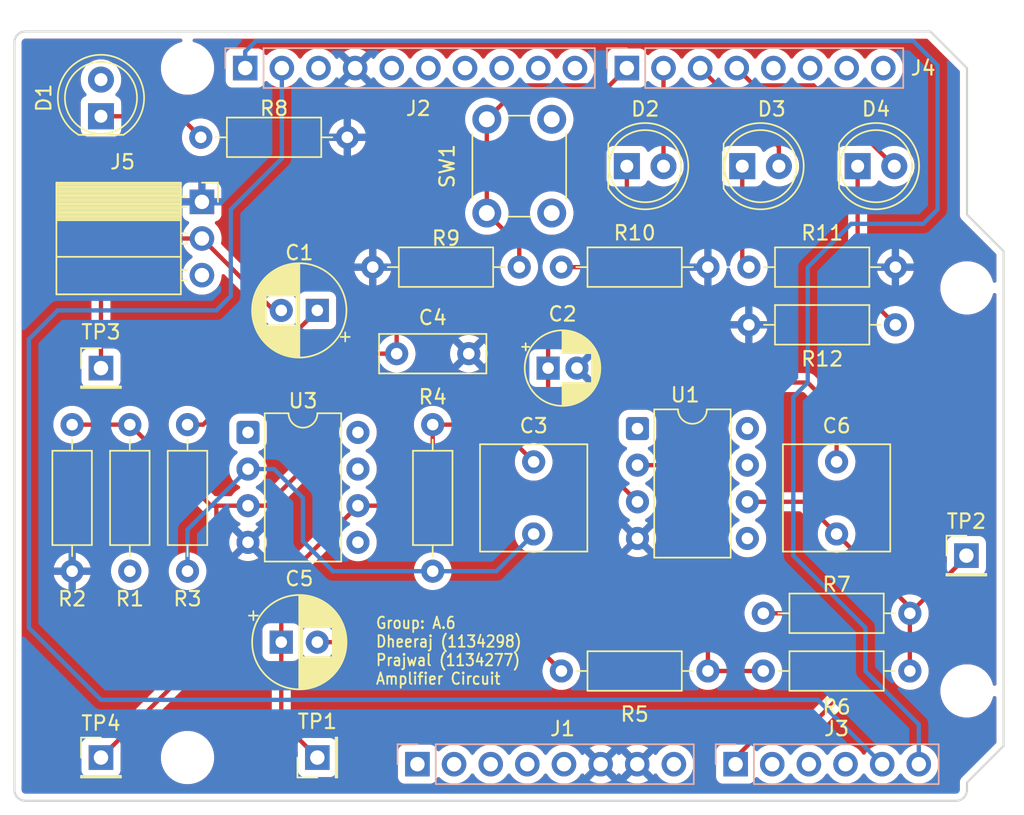
<source format=kicad_pcb>
(kicad_pcb (version 20241229) (generator "pcbnew") (generator_version "9.0")
  (title_block (title "Bandpass Filter") (date "2025-05-04") (rev "v1") (company "University of Applied Science Darmstadt") (comment 1 "Dheeraj"))
  (layers (0 "F.Cu" signal) (4 "In1.Cu" signal) (6 "In2.Cu" signal) (2 "B.Cu" signal) (13 "F.Paste" user) (15 "B.Paste" user) (5 "F.SilkS" user "F.Silkscreen") (7 "B.SilkS" user "B.Silkscreen") (1 "F.Mask" user) (3 "B.Mask" user) (25 "Edge.Cuts" user))
  (net 0 "")
  (net 1 "GND")
  (net 3 "+5V")
  (net 4 "/IOREF")
  (net 5 "/A0")
  (net 6 "/A1")
  (net 7 "/A2")
  (net 8 "/A3")
  (net 9 "/SDA{slash}A4")
  (net 10 "/SCL{slash}A5")
  (net 11 "/13")
  (net 12 "/12")
  (net 13 "/AREF")
  (net 14 "/8")
  (net 15 "/7")
  (net 16 "/*11")
  (net 17 "/*10")
  (net 18 "/*9")
  (net 19 "/4")
  (net 20 "/2")
  (net 21 "/*6")
  (net 22 "/*5")
  (net 23 "/TX{slash}1")
  (net 24 "/*3")
  (net 25 "/RX{slash}0")
  (net 26 "/Radar_input")
  (net 27 "Net-(C1-Pad1)")
  (net 28 "/~{RESET}")
  (net 29 "/V_cm")
  (net 30 "Net-(U3--)")
  (net 31 "Net-(C3-Pad2)")
  (net 32 "Net-(C5-Pad2)")
  (net 33 "Net-(U1--)")
  (net 34 "Net-(C6-Pad2)")
  (net 35 "Net-(D1-K)")
  (net 36 "Net-(D2-K)")
  (net 37 "Net-(D3-K)")
  (net 38 "Net-(D4-K)")
  (footprint "LED_THT:LED_D5.0mm" (layer "F.Cu") (at 106 52.54 90)
    (property "Reference" "D1" (at 1.27 -3.96 90) (layer "F.SilkS"))
    (property "Value" "LED_Input")
    (pad "1" thru_hole rect (at 0 0 90) (size 1.8 1.8) (drill 0.9) (layers "*.Cu" "*.Mask") (net 35 "Net-(D1-K)"))
    (pad "2" thru_hole circle (at 2.54 0 90) (size 1.8 1.8) (drill 0.9) (layers "*.Cu" "*.Mask") (net 3 "+5V"))
  )
  (footprint "Resistor_THT:R_Axial_DIN0207_L6.3mm_D2.5mm_P10.16mm_Horizontal" (layer "F.Cu") (at 150.92 63)
    (property "Reference" "R11" (at 5.08 -2.37 0) (layer "F.SilkS"))
    (property "Value" "100")
    (pad "1" thru_hole circle (at 0 0) (size 1.6 1.6) (drill 0.8) (layers "*.Cu" "*.Mask") (net 37 "Net-(D3-K)"))
    (pad "2" thru_hole oval (at 10.16 0) (size 1.6 1.6) (drill 0.8) (layers "*.Cu" "*.Mask") (net 1 "GND"))
  )
  (footprint "Resistor_THT:R_Axial_DIN0207_L6.3mm_D2.5mm_P10.16mm_Horizontal" (layer "F.Cu") (at 104 73.92 -90)
    (property "Reference" "R2" (at 12.08 0 180) (layer "F.SilkS"))
    (property "Value" "1k")
    (pad "1" thru_hole circle (at 0 0 270) (size 1.6 1.6) (drill 0.8) (layers "*.Cu" "*.Mask") (net 29 "/V_cm"))
    (pad "2" thru_hole oval (at 10.16 0 270) (size 1.6 1.6) (drill 0.8) (layers "*.Cu" "*.Mask") (net 1 "GND"))
  )
  (footprint "Capacitor_THT:C_Rect_L7.2mm_W7.2mm_P5.00mm_FKS2_FKP2_MKS2_MKP2" (layer "F.Cu") (at 157 76.5 -90)
    (property "Reference" "C6" (at -2.5 0 0) (layer "F.SilkS"))
    (property "Value" "3.3n")
    (pad "1" thru_hole circle (at 0 0 270) (size 1.6 1.6) (drill 0.8) (layers "*.Cu" "*.Mask") (net 33 "Net-(U1--)"))
    (pad "2" thru_hole circle (at 5 0 270) (size 1.6 1.6) (drill 0.8) (layers "*.Cu" "*.Mask") (net 34 "Net-(C6-Pad2)"))
  )
  (footprint "Resistor_THT:R_Axial_DIN0207_L6.3mm_D2.5mm_P10.16mm_Horizontal" (layer "F.Cu") (at 162.08 87 180)
    (property "Reference" "R7" (at 5.08 2 0) (layer "F.SilkS"))
    (property "Value" "100")
    (pad "1" thru_hole circle (at 0 0 180) (size 1.6 1.6) (drill 0.8) (layers "*.Cu" "*.Mask") (net 34 "Net-(C6-Pad2)"))
    (pad "2" thru_hole oval (at 10.16 0 180) (size 1.6 1.6) (drill 0.8) (layers "*.Cu" "*.Mask") (net 5 "/A0"))
  )
  (footprint "Resistor_THT:R_Axial_DIN0207_L6.3mm_D2.5mm_P10.16mm_Horizontal" (layer "F.Cu") (at 135 63 180)
    (property "Reference" "R9" (at 5.08 2 0) (layer "F.SilkS"))
    (property "Value" "100")
    (pad "1" thru_hole circle (at 0 0 180) (size 1.6 1.6) (drill 0.8) (layers "*.Cu" "*.Mask") (net 15 "/7"))
    (pad "2" thru_hole oval (at 10.16 0 180) (size 1.6 1.6) (drill 0.8) (layers "*.Cu" "*.Mask") (net 1 "GND"))
  )
  (footprint "Connector_PinHeader_2.54mm:PinHeader_1x01_P2.54mm_Vertical" (layer "F.Cu") (at 166 83)
    (property "Reference" "TP2" (at 0 -2.38 0) (layer "F.SilkS"))
    (property "Value" "OP2_out")
    (pad "1" thru_hole rect (at 0 0) (size 1.7 1.7) (drill 1) (layers "*.Cu" "*.Mask") (net 34 "Net-(C6-Pad2)"))
  )
  (footprint "Resistor_THT:R_Axial_DIN0207_L6.3mm_D2.5mm_P10.16mm_Horizontal" (layer "F.Cu") (at 112.92 54)
    (property "Reference" "R8" (at 5.08 -2 0) (layer "F.SilkS"))
    (property "Value" "1k")
    (pad "1" thru_hole circle (at 0 0) (size 1.6 1.6) (drill 0.8) (layers "*.Cu" "*.Mask") (net 35 "Net-(D1-K)"))
    (pad "2" thru_hole oval (at 10.16 0) (size 1.6 1.6) (drill 0.8) (layers "*.Cu" "*.Mask") (net 1 "GND"))
  )
  (footprint "Connector_PinHeader_2.54mm:PinHeader_1x01_P2.54mm_Vertical" (layer "F.Cu") (at 106 70)
    (property "Reference" "TP3" (at 0 -2.5 180) (layer "F.SilkS"))
    (property "Value" "Test_Input")
    (pad "1" thru_hole rect (at 0 0) (size 1.7 1.7) (drill 1) (layers "*.Cu" "*.Mask") (net 26 "/Radar_input"))
  )
  (footprint "LED_THT:LED_D5.0mm" (layer "F.Cu") (at 142.46 56)
    (property "Reference" "D2" (at 1.27 -3.96 0) (layer "F.SilkS"))
    (property "Value" "LED")
    (pad "1" thru_hole rect (at 0 0) (size 1.8 1.8) (drill 0.9) (layers "*.Cu" "*.Mask") (net 36 "Net-(D2-K)"))
    (pad "2" thru_hole circle (at 2.54 0) (size 1.8 1.8) (drill 0.9) (layers "*.Cu" "*.Mask") (net 21 "/*6"))
  )
  (footprint "Capacitor_THT:C_Rect_L7.2mm_W2.5mm_P5.00mm_FKS2_FKP2_MKS2_MKP2" (layer "F.Cu") (at 126.5 69)
    (property "Reference" "C4" (at 2.5 -2.5 0) (layer "F.SilkS"))
    (property "Value" "100n")
    (pad "1" thru_hole circle (at 0 0) (size 1.6 1.6) (drill 0.8) (layers "*.Cu" "*.Mask") (net 29 "/V_cm"))
    (pad "2" thru_hole circle (at 5 0) (size 1.6 1.6) (drill 0.8) (layers "*.Cu" "*.Mask") (net 1 "GND"))
  )
  (footprint "Connector_PinHeader_2.54mm:PinHeader_1x01_P2.54mm_Vertical" (layer "F.Cu") (at 121 97 90)
    (property "Reference" "TP1" (at 2.5 0 180) (layer "F.SilkS"))
    (property "Value" "OP1_out")
    (pad "1" thru_hole rect (at 0 0 90) (size 1.7 1.7) (drill 1) (layers "*.Cu" "*.Mask") (net 31 "Net-(C3-Pad2)"))
  )
  (footprint "Capacitor_THT:CP_Radial_D5.0mm_P2.00mm" (layer "F.Cu") (at 137 70)
    (property "Reference" "C2" (at 1 -3.75 0) (layer "F.SilkS"))
    (property "Value" "22u")
    (pad "1" thru_hole rect (at 0 0) (size 1.6 1.6) (drill 0.8) (layers "*.Cu" "*.Mask") (net 29 "/V_cm"))
    (pad "2" thru_hole circle (at 2 0) (size 1.6 1.6) (drill 0.8) (layers "*.Cu" "*.Mask") (net 1 "GND"))
  )
  (footprint "Package_DIP:DIP-8_W7.62mm" (layer "F.Cu") (at 116.195 74.46)
    (property "Reference" "U3" (at 3.81 -2.19 0) (layer "F.SilkS"))
    (property "Value" "OPA340P")
    (pad "1" thru_hole roundrect (at 0 0) (size 1.6 1.6) (drill 0.8) (layers "*.Cu" "*.Mask") (roundrect_rratio 0.15625))
    (pad "2" thru_hole circle (at 0 2.54) (size 1.6 1.6) (drill 0.8) (layers "*.Cu" "*.Mask") (net 30 "Net-(U3--)"))
    (pad "3" thru_hole circle (at 0 5.08) (size 1.6 1.6) (drill 0.8) (layers "*.Cu" "*.Mask") (net 29 "/V_cm"))
    (pad "4" thru_hole circle (at 0 7.62) (size 1.6 1.6) (drill 0.8) (layers "*.Cu" "*.Mask") (net 1 "GND"))
    (pad "5" thru_hole circle (at 7.62 7.62) (size 1.6 1.6) (drill 0.8) (layers "*.Cu" "*.Mask"))
    (pad "6" thru_hole circle (at 7.62 5.08) (size 1.6 1.6) (drill 0.8) (layers "*.Cu" "*.Mask") (net 31 "Net-(C3-Pad2)"))
    (pad "7" thru_hole circle (at 7.62 2.54) (size 1.6 1.6) (drill 0.8) (layers "*.Cu" "*.Mask") (net 3 "+5V"))
    (pad "8" thru_hole circle (at 7.62 0) (size 1.6 1.6) (drill 0.8) (layers "*.Cu" "*.Mask"))
  )
  (footprint "Resistor_THT:R_Axial_DIN0207_L6.3mm_D2.5mm_P10.16mm_Horizontal" (layer "F.Cu") (at 108 84.08 90)
    (property "Reference" "R1" (at -1.92 0 180) (layer "F.SilkS"))
    (property "Value" "1k")
    (pad "1" thru_hole circle (at 0 0 90) (size 1.6 1.6) (drill 0.8) (layers "*.Cu" "*.Mask") (net 3 "+5V"))
    (pad "2" thru_hole oval (at 10.16 0 90) (size 1.6 1.6) (drill 0.8) (layers "*.Cu" "*.Mask") (net 29 "/V_cm"))
  )
  (footprint "Resistor_THT:R_Axial_DIN0207_L6.3mm_D2.5mm_P10.16mm_Horizontal" (layer "F.Cu") (at 161.08 67 180)
    (property "Reference" "R12" (at 5.08 -2.37 0) (layer "F.SilkS"))
    (property "Value" "100")
    (pad "1" thru_hole circle (at 0 0 180) (size 1.6 1.6) (drill 0.8) (layers "*.Cu" "*.Mask") (net 38 "Net-(D4-K)"))
    (pad "2" thru_hole oval (at 10.16 0 180) (size 1.6 1.6) (drill 0.8) (layers "*.Cu" "*.Mask") (net 1 "GND"))
  )
  (footprint "Capacitor_THT:CP_Radial_D6.3mm_P2.50mm" (layer "F.Cu") (at 118.5 89)
    (property "Reference" "C5" (at 1.25 -4.4 0) (layer "F.SilkS"))
    (property "Value" "4.7u")
    (pad "1" thru_hole rect (at 0 0) (size 1.6 1.6) (drill 0.8) (layers "*.Cu" "*.Mask") (net 31 "Net-(C3-Pad2)"))
    (pad "2" thru_hole circle (at 2.5 0) (size 1.6 1.6) (drill 0.8) (layers "*.Cu" "*.Mask") (net 32 "Net-(C5-Pad2)"))
  )
  (footprint "LED_THT:LED_D5.0mm" (layer "F.Cu") (at 150.46 56)
    (property "Reference" "D3" (at 2.04 -3.96 0) (layer "F.SilkS"))
    (property "Value" "LED")
    (pad "1" thru_hole rect (at 0 0) (size 1.8 1.8) (drill 0.9) (layers "*.Cu" "*.Mask") (net 37 "Net-(D3-K)"))
    (pad "2" thru_hole circle (at 2.54 0) (size 1.8 1.8) (drill 0.9) (layers "*.Cu" "*.Mask") (net 22 "/*5"))
  )
  (footprint "Arduino_MountingHole:MountingHole_3.2mm" (layer "F.Cu") (at 112 49.2)
    (property "Reference" "MH1" (hide yes))
    (property "Value" "MountingHole_3.2mm" (hide yes))
    (pad "" np_thru_hole circle (at 0 0) (size 3.2 3.2) (drill 3.2) (layers "*.Cu" "*.Mask"))
  )
  (footprint "Resistor_THT:R_Axial_DIN0207_L6.3mm_D2.5mm_P10.16mm_Horizontal" (layer "F.Cu") (at 137.92 91)
    (property "Reference" "R5" (at 5.08 3 0) (layer "F.SilkS"))
    (property "Value" "33k")
    (pad "1" thru_hole circle (at 0 0) (size 1.6 1.6) (drill 0.8) (layers "*.Cu" "*.Mask") (net 32 "Net-(C5-Pad2)"))
    (pad "2" thru_hole oval (at 10.16 0) (size 1.6 1.6) (drill 0.8) (layers "*.Cu" "*.Mask") (net 33 "Net-(U1--)"))
  )
  (footprint "Capacitor_THT:C_Rect_L7.2mm_W7.2mm_P5.00mm_FKS2_FKP2_MKS2_MKP2" (layer "F.Cu") (at 136 81.5 90)
    (property "Reference" "C3" (at 7.5 0 180) (layer "F.SilkS"))
    (property "Value" "1.5n")
    (pad "1" thru_hole circle (at 0 0 90) (size 1.6 1.6) (drill 0.8) (layers "*.Cu" "*.Mask") (net 30 "Net-(U3--)"))
    (pad "2" thru_hole circle (at 5 0 90) (size 1.6 1.6) (drill 0.8) (layers "*.Cu" "*.Mask") (net 31 "Net-(C3-Pad2)"))
  )
  (footprint "Resistor_THT:R_Axial_DIN0207_L6.3mm_D2.5mm_P10.16mm_Horizontal" (layer "F.Cu") (at 129 84.08 90)
    (property "Reference" "R4" (at 12.08 0 180) (layer "F.SilkS"))
    (property "Value" "220k")
    (pad "1" thru_hole circle (at 0 0 90) (size 1.6 1.6) (drill 0.8) (layers "*.Cu" "*.Mask") (net 30 "Net-(U3--)"))
    (pad "2" thru_hole oval (at 10.16 0 90) (size 1.6 1.6) (drill 0.8) (layers "*.Cu" "*.Mask") (net 31 "Net-(C3-Pad2)"))
  )
  (footprint "Resistor_THT:R_Axial_DIN0207_L6.3mm_D2.5mm_P10.16mm_Horizontal" (layer "F.Cu") (at 151.92 91)
    (property "Reference" "R6" (at 5.08 2.5 0) (layer "F.SilkS"))
    (property "Value" "100k")
    (pad "1" thru_hole circle (at 0 0) (size 1.6 1.6) (drill 0.8) (layers "*.Cu" "*.Mask") (net 33 "Net-(U1--)"))
    (pad "2" thru_hole oval (at 10.16 0) (size 1.6 1.6) (drill 0.8) (layers "*.Cu" "*.Mask") (net 34 "Net-(C6-Pad2)"))
  )
  (footprint "Button_Switch_THT:SW_PUSH_6mm" (layer "F.Cu") (at 132.75 59.25 90)
    (property "Reference" "SW1" (at 3.25 -2.75 90) (layer "F.SilkS"))
    (property "Value" "SW_Push")
    (pad "1" thru_hole circle (at 0 0 180) (size 2 2) (drill 1.1) (layers "*.Cu" "*.Mask") (net 15 "/7"))
    (pad "1" thru_hole circle (at 6.5 0 180) (size 2 2) (drill 1.1) (layers "*.Cu" "*.Mask") (net 15 "/7"))
    (pad "2" thru_hole circle (at 0 4.5 180) (size 2 2) (drill 1.1) (layers "*.Cu" "*.Mask") (net 3 "+5V"))
    (pad "2" thru_hole circle (at 6.5 4.5 180) (size 2 2) (drill 1.1) (layers "*.Cu" "*.Mask") (net 3 "+5V"))
  )
  (footprint "LED_THT:LED_D5.0mm" (layer "F.Cu") (at 158.46 56)
    (property "Reference" "D4" (at 1.27 -3.96 0) (layer "F.SilkS"))
    (property "Value" "LED")
    (pad "1" thru_hole rect (at 0 0) (size 1.8 1.8) (drill 0.9) (layers "*.Cu" "*.Mask") (net 38 "Net-(D4-K)"))
    (pad "2" thru_hole circle (at 2.54 0) (size 1.8 1.8) (drill 0.9) (layers "*.Cu" "*.Mask") (net 19 "/4"))
  )
  (footprint "Capacitor_THT:CP_Radial_D6.3mm_P2.50mm" (layer "F.Cu") (at 121 66 180)
    (property "Reference" "C1" (at 1.25 4 180) (layer "F.SilkS"))
    (property "Value" "4.7u")
    (pad "1" thru_hole rect (at 0 0 180) (size 1.6 1.6) (drill 0.8) (layers "*.Cu" "*.Mask") (net 27 "Net-(C1-Pad1)"))
    (pad "2" thru_hole circle (at 2.5 0 180) (size 1.6 1.6) (drill 0.8) (layers "*.Cu" "*.Mask") (net 26 "/Radar_input"))
  )
  (footprint "Package_DIP:DIP-8_W7.62mm" (layer "F.Cu") (at 143.195 74.19)
    (property "Reference" "U1" (at 3.305 -2.33 0) (layer "F.SilkS"))
    (property "Value" "OPA340P")
    (pad "1" thru_hole roundrect (at 0 0) (size 1.6 1.6) (drill 0.8) (layers "*.Cu" "*.Mask") (roundrect_rratio 0.15625))
    (pad "2" thru_hole circle (at 0 2.54) (size 1.6 1.6) (drill 0.8) (layers "*.Cu" "*.Mask") (net 33 "Net-(U1--)"))
    (pad "3" thru_hole circle (at 0 5.08) (size 1.6 1.6) (drill 0.8) (layers "*.Cu" "*.Mask") (net 29 "/V_cm"))
    (pad "4" thru_hole circle (at 0 7.62) (size 1.6 1.6) (drill 0.8) (layers "*.Cu" "*.Mask") (net 1 "GND"))
    (pad "5" thru_hole circle (at 7.62 7.62) (size 1.6 1.6) (drill 0.8) (layers "*.Cu" "*.Mask"))
    (pad "6" thru_hole circle (at 7.62 5.08) (size 1.6 1.6) (drill 0.8) (layers "*.Cu" "*.Mask") (net 34 "Net-(C6-Pad2)"))
    (pad "7" thru_hole circle (at 7.62 2.54) (size 1.6 1.6) (drill 0.8) (layers "*.Cu" "*.Mask") (net 3 "+5V"))
    (pad "8" thru_hole circle (at 7.62 0) (size 1.6 1.6) (drill 0.8) (layers "*.Cu" "*.Mask"))
  )
  (footprint "Arduino_MountingHole:MountingHole_3.2mm" (layer "F.Cu") (at 112 97)
    (property "Reference" "MH2" (hide yes))
    (property "Value" "MountingHole_3.2mm" (hide yes))
    (pad "" np_thru_hole circle (at 0 0) (size 3.2 3.2) (drill 3.2) (layers "*.Cu" "*.Mask"))
  )
  (footprint "Resistor_THT:R_Axial_DIN0207_L6.3mm_D2.5mm_P10.16mm_Horizontal" (layer "F.Cu") (at 137.92 63)
    (property "Reference" "R10" (at 5.08 -2.37 0) (layer "F.SilkS"))
    (property "Value" "100")
    (pad "1" thru_hole circle (at 0 0) (size 1.6 1.6) (drill 0.8) (layers "*.Cu" "*.Mask") (net 36 "Net-(D2-K)"))
    (pad "2" thru_hole oval (at 10.16 0) (size 1.6 1.6) (drill 0.8) (layers "*.Cu" "*.Mask") (net 1 "GND"))
  )
  (footprint "Arduino_MountingHole:MountingHole_3.2mm" (layer "F.Cu") (at 166.04 64.44)
    (property "Reference" "MH3" (hide yes))
    (property "Value" "MountingHole_3.2mm" (hide yes))
    (pad "" np_thru_hole circle (at 0 0) (size 3.2 3.2) (drill 3.2) (layers "*.Cu" "*.Mask"))
  )
  (footprint "Connector_PinHeader_2.54mm:PinHeader_1x01_P2.54mm_Vertical" (layer "F.Cu") (at 106 97)
    (property "Reference" "TP4" (at 0 -2.38 0) (layer "F.SilkS"))
    (property "Value" "V_CM")
    (pad "1" thru_hole rect (at 0 0) (size 1.7 1.7) (drill 1) (layers "*.Cu" "*.Mask") (net 29 "/V_cm"))
  )
  (footprint "Arduino_MountingHole:MountingHole_3.2mm" (layer "F.Cu") (at 166.04 92.38)
    (property "Reference" "MH4" (hide yes))
    (property "Value" "MountingHole_3.2mm" (hide yes))
    (pad "" np_thru_hole circle (at 0 0) (size 3.2 3.2) (drill 3.2) (layers "*.Cu" "*.Mask"))
  )
  (footprint "Resistor_THT:R_Axial_DIN0207_L6.3mm_D2.5mm_P10.16mm_Horizontal" (layer "F.Cu") (at 112 73.92 -90)
    (property "Reference" "R3" (at 12.08 0 0) (layer "F.SilkS"))
    (property "Value" "2.2k")
    (pad "1" thru_hole circle (at 0 0 270) (size 1.6 1.6) (drill 0.8) (layers "*.Cu" "*.Mask") (net 27 "Net-(C1-Pad1)"))
    (pad "2" thru_hole oval (at 10.16 0 270) (size 1.6 1.6) (drill 0.8) (layers "*.Cu" "*.Mask") (net 30 "Net-(U3--)"))
  )
  (footprint "Connector_PinSocket_2.54mm:PinSocket_1x03_P2.54mm_Horizontal" (layer "F.Cu") (at 113 58.475)
    (property "Reference" "J5" (at -5.5 -2.77 0) (layer "F.SilkS"))
    (property "Value" "Conn_01x03_Socket")
    (pad "1" thru_hole rect (at 0 0) (size 1.7 1.7) (drill 1) (layers "*.Cu" "*.Mask") (net 1 "GND"))
    (pad "2" thru_hole circle (at 0 2.54) (size 1.7 1.7) (drill 1) (layers "*.Cu" "*.Mask") (net 26 "/Radar_input"))
    (pad "3" thru_hole circle (at 0 5.08) (size 1.7 1.7) (drill 1) (layers "*.Cu" "*.Mask") (net 3 "+5V"))
  )
  (footprint "Connector_PinHeader_2.54mm:PinHeader_1x08_P2.54mm_Vertical" (layer "B.Cu") (at 127.94 97.46 -90)
    (property "Reference" "J1" (at -2.46 -10.06 180) (layer "F.SilkS"))
    (property "Value" "Power")
    (pad "1" thru_hole rect (at 0 0 270) (size 1.7 1.7) (drill 1) (layers "*.Cu" "*.Mask"))
    (pad "2" thru_hole circle (at 0 -2.54 270) (size 1.7 1.7) (drill 1) (layers "*.Cu" "*.Mask") (net 4 "/IOREF"))
    (pad "3" thru_hole circle (at 0 -5.08 270) (size 1.7 1.7) (drill 1) (layers "*.Cu" "*.Mask") (net 28 "/~{RESET}"))
    (pad "4" thru_hole circle (at 0 -7.62 270) (size 1.7 1.7) (drill 1) (layers "*.Cu" "*.Mask"))
    (pad "5" thru_hole circle (at 0 -10.16 270) (size 1.7 1.7) (drill 1) (layers "*.Cu" "*.Mask") (net 3 "+5V"))
    (pad "6" thru_hole circle (at 0 -12.7 270) (size 1.7 1.7) (drill 1) (layers "*.Cu" "*.Mask") (net 1 "GND"))
    (pad "7" thru_hole circle (at 0 -15.24 270) (size 1.7 1.7) (drill 1) (layers "*.Cu" "*.Mask") (net 1 "GND"))
    (pad "8" thru_hole circle (at 0 -17.78 270) (size 1.7 1.7) (drill 1) (layers "*.Cu" "*.Mask"))
  )
  (footprint "Connector_PinHeader_2.54mm:PinHeader_1x06_P2.54mm_Vertical" (layer "B.Cu") (at 150 97.46 -90)
    (property "Reference" "J3" (at -2.46 -7 180) (layer "F.SilkS"))
    (property "Value" "Analog")
    (pad "1" thru_hole rect (at 0 0 270) (size 1.7 1.7) (drill 1) (layers "*.Cu" "*.Mask") (net 5 "/A0"))
    (pad "2" thru_hole circle (at 0 -2.54 270) (size 1.7 1.7) (drill 1) (layers "*.Cu" "*.Mask") (net 6 "/A1"))
    (pad "3" thru_hole circle (at 0 -5.08 270) (size 1.7 1.7) (drill 1) (layers "*.Cu" "*.Mask") (net 7 "/A2"))
    (pad "4" thru_hole circle (at 0 -7.62 270) (size 1.7 1.7) (drill 1) (layers "*.Cu" "*.Mask") (net 8 "/A3"))
    (pad "5" thru_hole circle (at 0 -10.16 270) (size 1.7 1.7) (drill 1) (layers "*.Cu" "*.Mask") (net 9 "/SDA{slash}A4"))
    (pad "6" thru_hole circle (at 0 -12.7 270) (size 1.7 1.7) (drill 1) (layers "*.Cu" "*.Mask") (net 10 "/SCL{slash}A5"))
  )
  (footprint "Connector_PinHeader_2.54mm:PinHeader_1x10_P2.54mm_Vertical" (layer "B.Cu") (at 116 49.2 -90)
    (property "Reference" "J2" (at 2.8 -12 180) (layer "F.SilkS"))
    (property "Value" "Digital/PWM")
    (pad "1" thru_hole rect (at 0 0 270) (size 1.7 1.7) (drill 1) (layers "*.Cu" "*.Mask") (net 10 "/SCL{slash}A5"))
    (pad "2" thru_hole circle (at 0 -2.54 270) (size 1.7 1.7) (drill 1) (layers "*.Cu" "*.Mask") (net 9 "/SDA{slash}A4"))
    (pad "3" thru_hole circle (at 0 -5.08 270) (size 1.7 1.7) (drill 1) (layers "*.Cu" "*.Mask") (net 13 "/AREF"))
    (pad "4" thru_hole circle (at 0 -7.62 270) (size 1.7 1.7) (drill 1) (layers "*.Cu" "*.Mask") (net 1 "GND"))
    (pad "5" thru_hole circle (at 0 -10.16 270) (size 1.7 1.7) (drill 1) (layers "*.Cu" "*.Mask") (net 11 "/13"))
    (pad "6" thru_hole circle (at 0 -12.7 270) (size 1.7 1.7) (drill 1) (layers "*.Cu" "*.Mask") (net 12 "/12"))
    (pad "7" thru_hole circle (at 0 -15.24 270) (size 1.7 1.7) (drill 1) (layers "*.Cu" "*.Mask") (net 16 "/*11"))
    (pad "8" thru_hole circle (at 0 -17.78 270) (size 1.7 1.7) (drill 1) (layers "*.Cu" "*.Mask") (net 17 "/*10"))
    (pad "9" thru_hole circle (at 0 -20.32 270) (size 1.7 1.7) (drill 1) (layers "*.Cu" "*.Mask") (net 18 "/*9"))
    (pad "10" thru_hole circle (at 0 -22.86 270) (size 1.7 1.7) (drill 1) (layers "*.Cu" "*.Mask") (net 14 "/8"))
  )
  (footprint "Connector_PinHeader_2.54mm:PinHeader_1x08_P2.54mm_Vertical" (layer "B.Cu") (at 142.46 49.2 -90)
    (property "Reference" "J4" (at 0 -20.54 180) (layer "F.SilkS"))
    (property "Value" "Digital/PWM")
    (pad "1" thru_hole rect (at 0 0 270) (size 1.7 1.7) (drill 1) (layers "*.Cu" "*.Mask") (net 15 "/7"))
    (pad "2" thru_hole circle (at 0 -2.54 270) (size 1.7 1.7) (drill 1) (layers "*.Cu" "*.Mask") (net 21 "/*6"))
    (pad "3" thru_hole circle (at 0 -5.08 270) (size 1.7 1.7) (drill 1) (layers "*.Cu" "*.Mask") (net 22 "/*5"))
    (pad "4" thru_hole circle (at 0 -7.62 270) (size 1.7 1.7) (drill 1) (layers "*.Cu" "*.Mask") (net 19 "/4"))
    (pad "5" thru_hole circle (at 0 -10.16 270) (size 1.7 1.7) (drill 1) (layers "*.Cu" "*.Mask") (net 24 "/*3"))
    (pad "6" thru_hole circle (at 0 -12.7 270) (size 1.7 1.7) (drill 1) (layers "*.Cu" "*.Mask") (net 20 "/2"))
    (pad "7" thru_hole circle (at 0 -15.24 270) (size 1.7 1.7) (drill 1) (layers "*.Cu" "*.Mask") (net 23 "/TX{slash}1"))
    (pad "8" thru_hole circle (at 0 -17.78 270) (size 1.7 1.7) (drill 1) (layers "*.Cu" "*.Mask") (net 25 "/RX{slash}0"))
  )
  (gr_line (start 166.04 59.36) (end 168.58 61.9) (stroke (width 0.15)) (layer "Edge.Cuts"))
  (gr_line (start 100 99.238) (end 100 47.422) (stroke (width 0.15)) (layer "Edge.Cuts"))
  (gr_line (start 168.58 61.9) (end 168.58 96.19) (stroke (width 0.15)) (layer "Edge.Cuts"))
  (gr_line (start 165.278 100) (end 100.762 100) (stroke (width 0.15)) (layer "Edge.Cuts"))
  (gr_line (start 100.762 46.66) (end 163.5 46.66) (stroke (width 0.15)) (layer "Edge.Cuts"))
  (gr_arc (start 100.762 100) (mid 100.223185 99.776815) (end 100 99.238) (stroke (width 0.15)) (layer "Edge.Cuts"))
  (gr_line (start 168.58 96.19) (end 166.04 98.73) (stroke (width 0.15)) (layer "Edge.Cuts"))
  (gr_line (start 163.5 46.66) (end 166.04 49.2) (stroke (width 0.15)) (layer "Edge.Cuts"))
  (gr_arc (start 166.04 99.238) (mid 165.816815 99.776815) (end 165.278 100) (stroke (width 0.15)) (layer "Edge.Cuts"))
  (gr_line (start 166.04 49.2) (end 166.04 59.36) (stroke (width 0.15)) (layer "Edge.Cuts"))
  (gr_line (start 166.04 98.73) (end 166.04 99.238) (stroke (width 0.15)) (layer "Edge.Cuts"))
  (gr_arc (start 100 47.422) (mid 100.223185 46.883185) (end 100.762 46.66) (stroke (width 0.15)) (layer "Edge.Cuts"))
  (gr_text "Group: A.6\nDheeraj (1134298)\nPrajwal (1134277)\nAmplifier Circuit" (at 125 92 0) (layer "F.SilkS") (effects (font (size 0.8 0.7) (thickness 0.125)) (justify left bottom)))
  (segment (start 150 97) (end 150 97.46) (width 0.3) (layer "F.Cu") (net 5))
  (segment (start 157 90) (end 157 93) (width 0.3) (layer "F.Cu") (net 5))
  (segment (start 150.54 97.46) (end 150 97.46) (width 0.3) (layer "F.Cu") (net 5))
  (segment (start 155 95) (end 152 95) (width 0.3) (layer "F.Cu") (net 5))
  (segment (start 157 93) (end 155 95) (width 0.3) (layer "F.Cu") (net 5))
  (segment (start 154 87) (end 157 90) (width 0.3) (layer "F.Cu") (net 5))
  (segment (start 152 95) (end 150 97) (width 0.3) (layer "F.Cu") (net 5))
  (segment (start 151.92 87) (end 154 87) (width 0.3) (layer "F.Cu") (net 5))
  (segment (start 101 68) (end 101 88) (width 0.3) (layer "B.Cu") (net 9))
  (segment (start 103 66) (end 101 68) (width 0.3) (layer "B.Cu") (net 9))
  (segment (start 118.54 55.46) (end 115 59) (width 0.3) (layer "B.Cu") (net 9))
  (segment (start 114 66) (end 103 66) (width 0.3) (layer "B.Cu") (net 9))
  (segment (start 106 93) (end 155.7 93) (width 0.3) (layer "B.Cu") (net 9))
  (segment (start 115 65) (end 114 66) (width 0.3) (layer "B.Cu") (net 9))
  (segment (start 101 88) (end 106 93) (width 0.3) (layer "B.Cu") (net 9))
  (segment (start 118.54 49.2) (end 118.54 55.46) (width 0.3) (layer "B.Cu") (net 9))
  (segment (start 115 59) (end 115 65) (width 0.3) (layer "B.Cu") (net 9))
  (segment (start 155.7 93) (end 160.16 97.46) (width 0.3) (layer "B.Cu") (net 9))
  (segment (start 164 49) (end 164 59) (width 0.3) (layer "B.Cu") (net 10))
  (segment (start 155 63) (end 155 71) (width 0.3) (layer "B.Cu") (net 10))
  (segment (start 116 49.2) (end 116 48.05) (width 0.3) (layer "B.Cu") (net 10))
  (segment (start 154 72) (end 154 83) (width 0.3) (layer "B.Cu") (net 10))
  (segment (start 154 83) (end 159 88) (width 0.3) (layer "B.Cu") (net 10))
  (segment (start 164 59) (end 163 60) (width 0.3) (layer "B.Cu") (net 10))
  (segment (start 159 91) (end 162.7 94.7) (width 0.3) (layer "B.Cu") (net 10))
  (segment (start 159 88) (end 159 91) (width 0.3) (layer "B.Cu") (net 10))
  (segment (start 163 60) (end 158 60) (width 0.3) (layer "B.Cu") (net 10))
  (segment (start 116 48.05) (end 116.739 47.311) (width 0.3) (layer "B.Cu") (net 10))
  (segment (start 162.311 47.311) (end 164 49) (width 0.3) (layer "B.Cu") (net 10))
  (segment (start 155 71) (end 154 72) (width 0.3) (layer "B.Cu") (net 10))
  (segment (start 116.739 47.311) (end 162.311 47.311) (width 0.3) (layer "B.Cu") (net 10))
  (segment (start 158 60) (end 155 63) (width 0.3) (layer "B.Cu") (net 10))
  (segment (start 162.7 94.7) (end 162.7 97.46) (width 0.3) (layer "B.Cu") (net 10))
  (segment (start 132.75 59.25) (end 135 61.5) (width 0.3) (layer "F.Cu") (net 15))
  (segment (start 135.099 50.401) (end 141.259 50.401) (width 0.3) (layer "F.Cu") (net 15))
  (segment (start 132.75 52.75) (end 135.099 50.401) (width 0.3) (layer "F.Cu") (net 15))
  (segment (start 141.259 50.401) (end 142.46 49.2) (width 0.3) (layer "F.Cu") (net 15))
  (segment (start 135 61.5) (end 135 63) (width 0.3) (layer "F.Cu") (net 15))
  (segment (start 132.75 59.25) (end 132.75 59.75) (width 0.3) (layer "F.Cu") (net 15))
  (segment (start 132.75 52.75) (end 132.75 59.25) (width 0.3) (layer "F.Cu") (net 15))
  (segment (start 151.281 50.401) (end 150.08 49.2) (width 0.3) (layer "F.Cu") (net 19))
  (segment (start 161 56) (end 155.401 50.401) (width 0.3) (layer "F.Cu") (net 19))
  (segment (start 155.401 50.401) (end 151.281 50.401) (width 0.3) (layer "F.Cu") (net 19))
  (segment (start 145 56) (end 145 49.2) (width 0.3) (layer "F.Cu") (net 21))
  (segment (start 153 54.66) (end 147.54 49.2) (width 0.3) (layer "F.Cu") (net 22))
  (segment (start 153 56) (end 153 54.66) (width 0.3) (layer "F.Cu") (net 22))
  (segment (start 108 61) (end 108.015 61.015) (width 0.3) (layer "F.Cu") (net 26))
  (segment (start 113 61.015) (end 117.985 66) (width 0.3) (layer "F.Cu") (net 26))
  (segment (start 117.985 66) (end 118.5 66) (width 0.3) (layer "F.Cu") (net 26))
  (segment (start 106 70) (end 106 63) (width 0.3) (layer "F.Cu") (net 26))
  (segment (start 106 63) (end 108 61) (width 0.3) (layer "F.Cu") (net 26))
  (segment (start 108.015 61.015) (end 113 61.015) (width 0.3) (layer "F.Cu") (net 26))
  (segment (start 112 73.92) (end 113.08 73.92) (width 0.3) (layer "F.Cu") (net 27))
  (segment (start 113.08 73.92) (end 121 66) (width 0.3) (layer "F.Cu") (net 27))
  (segment (start 126.5 69) (end 125 69) (width 0.3) (layer "F.Cu") (net 29))
  (segment (start 135 66) (end 137 68) (width 0.3) (layer "F.Cu") (net 29))
  (segment (start 104 73.92) (end 108 73.92) (width 0.3) (layer "F.Cu") (net 29))
  (segment (start 114 89) (end 114 79.54) (width 0.3) (layer "F.Cu") (net 29))
  (segment (start 117.46 79.54) (end 116.195 79.54) (width 0.3) (layer "F.Cu") (net 29))
  (segment (start 113.62 79.54) (end 114 79.54) (width 0.3) (layer "F.Cu") (net 29))
  (segment (start 137 68) (end 137 70) (width 0.3) (layer "F.Cu") (net 29))
  (segment (start 120 77) (end 117.46 79.54) (width 0.3) (layer "F.Cu") (net 29))
  (segment (start 108 73.92) (end 113.62 79.54) (width 0.3) (layer "F.Cu") (net 29))
  (segment (start 126.5 67.5) (end 128 66) (width 0.3) (layer "F.Cu") (net 29))
  (segment (start 125 69) (end 120 74) (width 0.3) (layer "F.Cu") (net 29))
  (segment (start 126.5 69) (end 126.5 67.5) (width 0.3) (layer "F.Cu") (net 29))
  (segment (start 114 79.54) (end 116.195 79.54) (width 0.3) (layer "F.Cu") (net 29))
  (segment (start 128 66) (end 135 66) (width 0.3) (layer "F.Cu") (net 29))
  (segment (start 106 97) (end 114 89) (width 0.3) (layer "F.Cu") (net 29))
  (segment (start 137 70) (end 137 73.075) (width 0.3) (layer "F.Cu") (net 29))
  (segment (start 120 74) (end 120 77) (width 0.3) (layer "F.Cu") (net 29))
  (segment (start 137 73.075) (end 143.195 79.27) (width 0.3) (layer "F.Cu") (net 29))
  (segment (start 120 82) (end 122.08 84.08) (width 0.3) (layer "B.Cu") (net 30))
  (segment (start 133.42 84.08) (end 136 81.5) (width 0.3) (layer "B.Cu") (net 30))
  (segment (start 116.195 77) (end 118 77) (width 0.3) (layer "B.Cu") (net 30))
  (segment (start 120 79) (end 120 82) (width 0.3) (layer "B.Cu") (net 30))
  (segment (start 112 84.08) (end 112 81.195) (width 0.3) (layer "B.Cu") (net 30))
  (segment (start 122.08 84.08) (end 129 84.08) (width 0.3) (layer "B.Cu") (net 30))
  (segment (start 129 84.08) (end 133.42 84.08) (width 0.3) (layer "B.Cu") (net 30))
  (segment (start 112 81.195) (end 116.195 77) (width 0.3) (layer "B.Cu") (net 30))
  (segment (start 118 77) (end 120 79) (width 0.3) (layer "B.Cu") (net 30))
  (segment (start 126.46 79.54) (end 123.815 79.54) (width 0.3) (layer "F.Cu") (net 31))
  (segment (start 118.5 84.855) (end 123.815 79.54) (width 0.3) (layer "F.Cu") (net 31))
  (segment (start 129 73.92) (end 129 77) (width 0.3) (layer "F.Cu") (net 31))
  (segment (start 118.5 89) (end 118.5 94.5) (width 0.3) (layer "F.Cu") (net 31))
  (segment (start 118.5 94.5) (end 121 97) (width 0.3) (layer "F.Cu") (net 31))
  (segment (start 129 77) (end 126.46 79.54) (width 0.3) (layer "F.Cu") (net 31))
  (segment (start 129 73.92) (end 133.42 73.92) (width 0.3) (layer "F.Cu") (net 31))
  (segment (start 133.42 73.92) (end 136 76.5) (width 0.3) (layer "F.Cu") (net 31))
  (segment (start 118.5 89) (end 118.5 84.855) (width 0.3) (layer "F.Cu") (net 31))
  (segment (start 121 89) (end 135.92 89) (width 0.3) (layer "F.Cu") (net 32))
  (segment (start 135.92 89) (end 137.92 91) (width 0.3) (layer "F.Cu") (net 32))
  (segment (start 144.73 76.73) (end 147 79) (width 0.3) (layer "F.Cu") (net 33))
  (segment (start 147 86) (end 148.08 87.08) (width 0.3) (layer "F.Cu") (net 33))
  (segment (start 157 76.5) (end 157 73) (width 0.3) (layer "F.Cu") (net 33))
  (segment (start 148.08 91) (end 151.92 91) (width 0.3) (layer "F.Cu") (net 33))
  (segment (start 148.08 87.08) (end 148.08 91) (width 0.3) (layer "F.Cu") (net 33))
  (segment (start 143.195 76.73) (end 144.73 76.73) (width 0.3) (layer "F.Cu") (net 33))
  (segment (start 147 73) (end 147 79) (width 0.3) (layer "F.Cu") (net 33))
  (segment (start 149 71) (end 147 73) (width 0.3) (layer "F.Cu") (net 33))
  (segment (start 155 71) (end 149 71) (width 0.3) (layer "F.Cu") (net 33))
  (segment (start 157 73) (end 155 71) (width 0.3) (layer "F.Cu") (net 33))
  (segment (start 147 79) (end 147 86) (width 0.3) (layer "F.Cu") (net 33))
  (segment (start 166 83) (end 166 83.08) (width 0.3) (layer "F.Cu") (net 34))
  (segment (start 162.08 87) (end 162.08 91) (width 0.3) (layer "F.Cu") (net 34))
  (segment (start 166 83.08) (end 162.08 87) (width 0.3) (layer "F.Cu") (net 34))
  (segment (start 150.815 79.27) (end 154.77 79.27) (width 0.3) (layer "F.Cu") (net 34))
  (segment (start 154.77 79.27) (end 157 81.5) (width 0.3) (layer "F.Cu") (net 34))
  (segment (start 157 81.5) (end 162.08 86.58) (width 0.3) (layer "F.Cu") (net 34))
  (segment (start 162.08 86.58) (end 162.08 87) (width 0.3) (layer "F.Cu") (net 34))
  (segment (start 106 52.54) (end 111.46 52.54) (width 0.3) (layer "F.Cu") (net 35))
  (segment (start 111.46 52.54) (end 112.92 54) (width 0.3) (layer "F.Cu") (net 35))
  (segment (start 142.46 61.54) (end 142.46 56) (width 0.3) (layer "F.Cu") (net 36))
  (segment (start 137.92 63) (end 141 63) (width 0.3) (layer "F.Cu") (net 36))
  (segment (start 141 63) (end 142.46 61.54) (width 0.3) (layer "F.Cu") (net 36))
  (segment (start 150.46 62.54) (end 150.92 63) (width 0.3) (layer "F.Cu") (net 37))
  (segment (start 150.46 56) (end 150.46 62.54) (width 0.3) (layer "F.Cu") (net 37))
  (segment (start 158.46 56) (end 158.46 64.38) (width 0.3) (layer "F.Cu") (net 38))
  (segment (start 158.46 64.38) (end 161.08 67) (width 0.3) (layer "F.Cu") (net 38))
  (zone (net 1) (net_name "GND") (layer "F.Cu") (connect_pads (clearance 0.508)) (min_thickness 0.25) (fill yes (thermal_gap 0.5) (thermal_bridge_width 0.5))
    (polygon (pts (xy 99 46) (xy 170 46) (xy 170 101) (xy 99 101)))
  )
  (zone (net 1) (net_name "GND") (layer "B.Cu") (priority 3) (connect_pads (clearance 0.508)) (min_thickness 0.25) (fill yes (thermal_gap 0.5) (thermal_bridge_width 0.5))
    (polygon (pts (xy 99 46) (xy 170 46) (xy 170 101) (xy 99 101)))
  )
)
</source>
